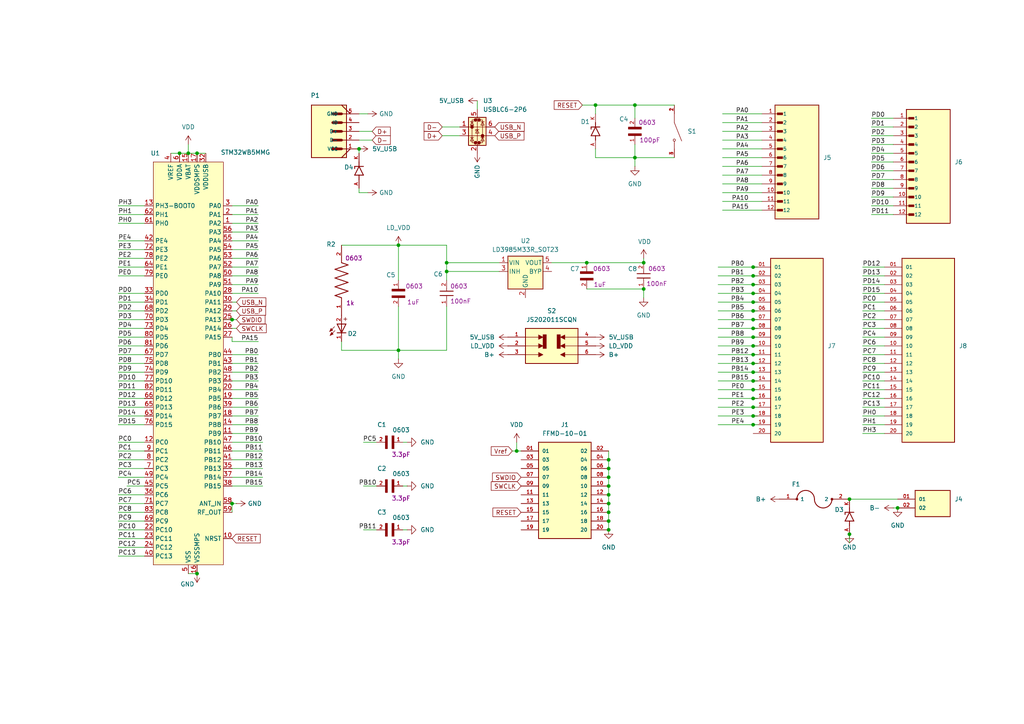
<source format=kicad_sch>
(kicad_sch (version 20250114) (generator "eeschema") (generator_version "9.0")
  (paper "A4")
  (junction (at 176.53 135.89))
  (junction (at 218.44 118.11))
  (junction (at 149.86 130.81))
  (junction (at 67.31 146.05))
  (junction (at 129.54 78.74))
  (junction (at 218.44 120.65))
  (junction (at 176.53 146.05))
  (junction (at 218.44 97.79))
  (junction (at 246.38 144.78))
  (junction (at 115.57 71.12))
  (junction (at 115.57 101.6))
  (junction (at 218.44 102.87))
  (junction (at 186.69 83.82))
  (junction (at 218.44 92.71))
  (junction (at 218.44 105.41))
  (junction (at 246.38 154.94))
  (junction (at 218.44 113.03))
  (junction (at 218.44 80.01))
  (junction (at 170.18 76.2))
  (junction (at 218.44 107.95))
  (junction (at 260.35 147.32))
  (junction (at 218.44 85.09))
  (junction (at 67.31 92.71))
  (junction (at 218.44 110.49))
  (junction (at 129.54 76.2))
  (junction (at 218.44 82.55))
  (junction (at 218.44 87.63))
  (junction (at 184.15 30.48))
  (junction (at 104.14 43.18))
  (junction (at 218.44 115.57))
  (junction (at 176.53 143.51))
  (junction (at 176.53 148.59))
  (junction (at 218.44 90.17))
  (junction (at 176.53 151.13))
  (junction (at 218.44 100.33))
  (junction (at 57.15 44.45))
  (junction (at 218.44 123.19))
  (junction (at 176.53 140.97))
  (junction (at 186.69 76.2))
  (junction (at 176.53 153.67))
  (junction (at 176.53 138.43))
  (junction (at 57.15 166.37))
  (junction (at 52.07 44.45))
  (junction (at 218.44 77.47))
  (junction (at 176.53 133.35))
  (junction (at 172.72 30.48))
  (junction (at 54.61 44.45))
  (junction (at 218.44 95.25))
  (junction (at 184.15 45.72))
  (wire (pts (xy 105.41 153.67) (xy 109.22 153.67)))
  (wire (pts (xy 67.31 74.93) (xy 74.93 74.93)))
  (wire (pts (xy 208.28 123.19) (xy 218.44 123.19)))
  (wire (pts (xy 256.54 77.47) (xy 250.19 77.47)))
  (wire (pts (xy 41.91 90.17) (xy 34.29 90.17)))
  (wire (pts (xy 115.57 71.12) (xy 129.54 71.12)))
  (wire (pts (xy 256.54 80.01) (xy 250.19 80.01)))
  (wire (pts (xy 118.11 153.67) (xy 116.84 153.67)))
  (wire (pts (xy 144.78 78.74) (xy 129.54 78.74)))
  (wire (pts (xy 67.31 82.55) (xy 74.93 82.55)))
  (wire (pts (xy 259.08 54.61) (xy 252.73 54.61)))
  (wire (pts (xy 67.31 120.65) (xy 74.93 120.65)))
  (wire (pts (xy 54.61 166.37) (xy 57.15 166.37)))
  (wire (pts (xy 41.91 72.39) (xy 34.29 72.39)))
  (wire (pts (xy 67.31 80.01) (xy 74.93 80.01)))
  (wire (pts (xy 218.44 120.65) (xy 219.71 120.65)))
  (wire (pts (xy 64.77 92.71) (xy 67.31 92.71)))
  (wire (pts (xy 209.55 40.64) (xy 220.98 40.64)))
  (wire (pts (xy 129.54 88.9) (xy 129.54 101.6)))
  (wire (pts (xy 208.28 110.49) (xy 218.44 110.49)))
  (wire (pts (xy 209.55 53.34) (xy 220.98 53.34)))
  (wire (pts (xy 144.78 76.2) (xy 129.54 76.2)))
  (wire (pts (xy 41.91 151.13) (xy 34.29 151.13)))
  (wire (pts (xy 208.28 107.95) (xy 218.44 107.95)))
  (wire (pts (xy 41.91 128.27) (xy 34.29 128.27)))
  (wire (pts (xy 218.44 105.41) (xy 219.71 105.41)))
  (wire (pts (xy 208.28 82.55) (xy 218.44 82.55)))
  (wire (pts (xy 149.86 128.27) (xy 149.86 130.81)))
  (wire (pts (xy 41.91 143.51) (xy 34.29 143.51)))
  (wire (pts (xy 67.31 135.89) (xy 76.2 135.89)))
  (wire (pts (xy 115.57 101.6) (xy 129.54 101.6)))
  (wire (pts (xy 107.95 40.64) (xy 104.14 40.64)))
  (wire (pts (xy 208.28 92.71) (xy 218.44 92.71)))
  (wire (pts (xy 256.54 120.65) (xy 250.19 120.65)))
  (wire (pts (xy 208.28 100.33) (xy 218.44 100.33)))
  (wire (pts (xy 129.54 78.74) (xy 129.54 81.28)))
  (wire (pts (xy 256.54 92.71) (xy 250.19 92.71)))
  (wire (pts (xy 67.31 90.17) (xy 68.58 90.17)))
  (wire (pts (xy 115.57 104.14) (xy 115.57 101.6)))
  (wire (pts (xy 49.53 44.45) (xy 52.07 44.45)))
  (wire (pts (xy 259.08 46.99) (xy 252.73 46.99)))
  (wire (pts (xy 67.31 92.71) (xy 68.58 92.71)))
  (wire (pts (xy 67.31 130.81) (xy 76.2 130.81)))
  (wire (pts (xy 218.44 113.03) (xy 219.71 113.03)))
  (wire (pts (xy 168.91 30.48) (xy 172.72 30.48)))
  (wire (pts (xy 57.15 44.45) (xy 59.69 44.45)))
  (wire (pts (xy 107.95 38.1) (xy 104.14 38.1)))
  (wire (pts (xy 256.54 107.95) (xy 250.19 107.95)))
  (wire (pts (xy 67.31 138.43) (xy 76.2 138.43)))
  (wire (pts (xy 41.91 62.23) (xy 34.29 62.23)))
  (wire (pts (xy 218.44 123.19) (xy 219.71 123.19)))
  (wire (pts (xy 256.54 82.55) (xy 250.19 82.55)))
  (wire (pts (xy 259.08 41.91) (xy 252.73 41.91)))
  (wire (pts (xy 256.54 105.41) (xy 250.19 105.41)))
  (wire (pts (xy 218.44 77.47) (xy 219.71 77.47)))
  (wire (pts (xy 209.55 50.8) (xy 220.98 50.8)))
  (wire (pts (xy 246.38 144.78) (xy 260.35 144.78)))
  (wire (pts (xy 115.57 88.9) (xy 115.57 101.6)))
  (wire (pts (xy 67.31 133.35) (xy 76.2 133.35)))
  (wire (pts (xy 67.31 85.09) (xy 74.93 85.09)))
  (wire (pts (xy 67.31 64.77) (xy 74.93 64.77)))
  (wire (pts (xy 67.31 125.73) (xy 74.93 125.73)))
  (wire (pts (xy 41.91 92.71) (xy 34.29 92.71)))
  (wire (pts (xy 186.69 86.36) (xy 186.69 83.82)))
  (wire (pts (xy 259.08 52.07) (xy 252.73 52.07)))
  (wire (pts (xy 41.91 64.77) (xy 34.29 64.77)))
  (wire (pts (xy 256.54 97.79) (xy 250.19 97.79)))
  (wire (pts (xy 104.14 44.45) (xy 104.14 43.18)))
  (wire (pts (xy 218.44 87.63) (xy 219.71 87.63)))
  (wire (pts (xy 76.2 128.27) (xy 67.31 128.27)))
  (wire (pts (xy 170.18 83.82) (xy 186.69 83.82)))
  (wire (pts (xy 208.28 97.79) (xy 218.44 97.79)))
  (wire (pts (xy 67.31 110.49) (xy 74.93 110.49)))
  (wire (pts (xy 68.58 95.25) (xy 67.31 95.25)))
  (wire (pts (xy 128.27 36.83) (xy 133.35 36.83)))
  (wire (pts (xy 256.54 125.73) (xy 250.19 125.73)))
  (wire (pts (xy 67.31 69.85) (xy 74.93 69.85)))
  (wire (pts (xy 41.91 146.05) (xy 34.29 146.05)))
  (wire (pts (xy 106.68 55.88) (xy 104.14 55.88)))
  (wire (pts (xy 256.54 95.25) (xy 250.19 95.25)))
  (wire (pts (xy 67.31 102.87) (xy 74.93 102.87)))
  (wire (pts (xy 41.91 161.29) (xy 34.29 161.29)))
  (wire (pts (xy 115.57 81.28) (xy 115.57 71.12)))
  (wire (pts (xy 218.44 90.17) (xy 219.71 90.17)))
  (wire (pts (xy 118.11 140.97) (xy 116.84 140.97)))
  (wire (pts (xy 218.44 82.55) (xy 219.71 82.55)))
  (wire (pts (xy 67.31 72.39) (xy 74.93 72.39)))
  (wire (pts (xy 41.91 115.57) (xy 34.29 115.57)))
  (wire (pts (xy 176.53 135.89) (xy 176.53 138.43)))
  (wire (pts (xy 41.91 158.75) (xy 34.29 158.75)))
  (wire (pts (xy 256.54 115.57) (xy 250.19 115.57)))
  (wire (pts (xy 67.31 148.59) (xy 67.31 146.05)))
  (wire (pts (xy 176.53 140.97) (xy 176.53 143.51)))
  (wire (pts (xy 184.15 34.29) (xy 184.15 30.48)))
  (wire (pts (xy 68.58 146.05) (xy 67.31 146.05)))
  (wire (pts (xy 209.55 45.72) (xy 220.98 45.72)))
  (wire (pts (xy 208.28 120.65) (xy 218.44 120.65)))
  (wire (pts (xy 184.15 41.91) (xy 184.15 45.72)))
  (wire (pts (xy 218.44 110.49) (xy 219.71 110.49)))
  (wire (pts (xy 184.15 45.72) (xy 172.72 45.72)))
  (wire (pts (xy 67.31 107.95) (xy 74.93 107.95)))
  (wire (pts (xy 208.28 113.03) (xy 218.44 113.03)))
  (wire (pts (xy 208.28 102.87) (xy 218.44 102.87)))
  (wire (pts (xy 209.55 35.56) (xy 220.98 35.56)))
  (wire (pts (xy 209.55 55.88) (xy 220.98 55.88)))
  (wire (pts (xy 208.28 80.01) (xy 218.44 80.01)))
  (wire (pts (xy 209.55 43.18) (xy 220.98 43.18)))
  (wire (pts (xy 41.91 95.25) (xy 34.29 95.25)))
  (wire (pts (xy 67.31 99.06) (xy 74.93 99.06)))
  (wire (pts (xy 52.07 44.45) (xy 54.61 44.45)))
  (wire (pts (xy 259.08 59.69) (xy 252.73 59.69)))
  (wire (pts (xy 67.31 87.63) (xy 68.58 87.63)))
  (wire (pts (xy 67.31 115.57) (xy 74.93 115.57)))
  (wire (pts (xy 99.06 101.6) (xy 115.57 101.6)))
  (wire (pts (xy 208.28 90.17) (xy 218.44 90.17)))
  (wire (pts (xy 54.61 41.91) (xy 54.61 44.45)))
  (wire (pts (xy 172.72 30.48) (xy 184.15 30.48)))
  (wire (pts (xy 208.28 87.63) (xy 218.44 87.63)))
  (wire (pts (xy 129.54 71.12) (xy 129.54 76.2)))
  (wire (pts (xy 41.91 133.35) (xy 34.29 133.35)))
  (wire (pts (xy 256.54 85.09) (xy 250.19 85.09)))
  (wire (pts (xy 99.06 71.12) (xy 115.57 71.12)))
  (wire (pts (xy 256.54 100.33) (xy 250.19 100.33)))
  (wire (pts (xy 170.18 76.2) (xy 186.69 76.2)))
  (wire (pts (xy 67.31 77.47) (xy 74.93 77.47)))
  (wire (pts (xy 41.91 118.11) (xy 34.29 118.11)))
  (wire (pts (xy 176.53 148.59) (xy 176.53 151.13)))
  (wire (pts (xy 195.58 45.72) (xy 184.15 45.72)))
  (wire (pts (xy 259.08 49.53) (xy 252.73 49.53)))
  (wire (pts (xy 259.08 57.15) (xy 252.73 57.15)))
  (wire (pts (xy 41.91 110.49) (xy 34.29 110.49)))
  (wire (pts (xy 105.41 128.27) (xy 109.22 128.27)))
  (wire (pts (xy 184.15 30.48) (xy 195.58 30.48)))
  (wire (pts (xy 176.53 138.43) (xy 176.53 140.97)))
  (wire (pts (xy 149.86 130.81) (xy 151.13 130.81)))
  (wire (pts (xy 209.55 58.42) (xy 220.98 58.42)))
  (wire (pts (xy 256.54 123.19) (xy 250.19 123.19)))
  (wire (pts (xy 218.44 95.25) (xy 219.71 95.25)))
  (wire (pts (xy 67.31 140.97) (xy 76.2 140.97)))
  (wire (pts (xy 54.61 44.45) (xy 57.15 44.45)))
  (wire (pts (xy 256.54 87.63) (xy 250.19 87.63)))
  (wire (pts (xy 259.08 34.29) (xy 252.73 34.29)))
  (wire (pts (xy 256.54 118.11) (xy 250.19 118.11)))
  (wire (pts (xy 208.28 115.57) (xy 218.44 115.57)))
  (wire (pts (xy 208.28 77.47) (xy 218.44 77.47)))
  (wire (pts (xy 67.31 62.23) (xy 74.93 62.23)))
  (wire (pts (xy 67.31 67.31) (xy 74.93 67.31)))
  (wire (pts (xy 41.91 105.41) (xy 34.29 105.41)))
  (wire (pts (xy 218.44 97.79) (xy 219.71 97.79)))
  (wire (pts (xy 218.44 85.09) (xy 219.71 85.09)))
  (wire (pts (xy 184.15 48.26) (xy 184.15 45.72)))
  (wire (pts (xy 172.72 45.72) (xy 172.72 43.18)))
  (wire (pts (xy 209.55 33.02) (xy 220.98 33.02)))
  (wire (pts (xy 41.91 80.01) (xy 34.29 80.01)))
  (wire (pts (xy 104.14 55.88) (xy 104.14 54.61)))
  (wire (pts (xy 41.91 85.09) (xy 34.29 85.09)))
  (wire (pts (xy 34.29 97.79) (xy 41.91 97.79)))
  (wire (pts (xy 176.53 130.81) (xy 176.53 133.35)))
  (wire (pts (xy 67.31 123.19) (xy 74.93 123.19)))
  (wire (pts (xy 176.53 151.13) (xy 176.53 153.67)))
  (wire (pts (xy 208.28 118.11) (xy 218.44 118.11)))
  (wire (pts (xy 41.91 156.21) (xy 34.29 156.21)))
  (wire (pts (xy 208.28 105.41) (xy 218.44 105.41)))
  (wire (pts (xy 256.54 102.87) (xy 250.19 102.87)))
  (wire (pts (xy 246.38 157.48) (xy 246.38 154.94)))
  (wire (pts (xy 118.11 128.27) (xy 116.84 128.27)))
  (wire (pts (xy 138.43 29.21) (xy 138.43 31.75)))
  (wire (pts (xy 41.91 123.19) (xy 34.29 123.19)))
  (wire (pts (xy 148.59 130.81) (xy 149.86 130.81)))
  (wire (pts (xy 218.44 80.01) (xy 219.71 80.01)))
  (wire (pts (xy 67.31 59.69) (xy 74.93 59.69)))
  (wire (pts (xy 259.08 44.45) (xy 252.73 44.45)))
  (wire (pts (xy 186.69 74.93) (xy 186.69 76.2)))
  (wire (pts (xy 176.53 143.51) (xy 176.53 146.05)))
  (wire (pts (xy 41.91 138.43) (xy 34.29 138.43)))
  (wire (pts (xy 218.44 100.33) (xy 219.71 100.33)))
  (wire (pts (xy 218.44 92.71) (xy 219.71 92.71)))
  (wire (pts (xy 99.06 99.06) (xy 99.06 101.6)))
  (wire (pts (xy 41.91 74.93) (xy 34.29 74.93)))
  (wire (pts (xy 218.44 107.95) (xy 219.71 107.95)))
  (wire (pts (xy 105.41 140.97) (xy 109.22 140.97)))
  (wire (pts (xy 129.54 76.2) (xy 129.54 78.74)))
  (wire (pts (xy 41.91 120.65) (xy 34.29 120.65)))
  (wire (pts (xy 259.08 39.37) (xy 252.73 39.37)))
  (wire (pts (xy 36.83 140.97) (xy 41.91 140.97)))
  (wire (pts (xy 41.91 87.63) (xy 34.29 87.63)))
  (wire (pts (xy 41.91 69.85) (xy 34.29 69.85)))
  (wire (pts (xy 259.08 147.32) (xy 260.35 147.32)))
  (wire (pts (xy 209.55 60.96) (xy 220.98 60.96)))
  (wire (pts (xy 256.54 110.49) (xy 250.19 110.49)))
  (wire (pts (xy 256.54 90.17) (xy 250.19 90.17)))
  (wire (pts (xy 106.68 33.02) (xy 104.14 33.02)))
  (wire (pts (xy 176.53 146.05) (xy 176.53 148.59)))
  (wire (pts (xy 41.91 77.47) (xy 34.29 77.47)))
  (wire (pts (xy 259.08 36.83) (xy 252.73 36.83)))
  (wire (pts (xy 67.31 113.03) (xy 74.93 113.03)))
  (wire (pts (xy 172.72 33.02) (xy 172.72 30.48)))
  (wire (pts (xy 41.91 113.03) (xy 34.29 113.03)))
  (wire (pts (xy 41.91 153.67) (xy 34.29 153.67)))
  (wire (pts (xy 209.55 38.1) (xy 220.98 38.1)))
  (wire (pts (xy 218.44 118.11) (xy 219.71 118.11)))
  (wire (pts (xy 67.31 97.79) (xy 67.31 99.06)))
  (wire (pts (xy 208.28 95.25) (xy 218.44 95.25)))
  (wire (pts (xy 41.91 107.95) (xy 34.29 107.95)))
  (wire (pts (xy 218.44 115.57) (xy 219.71 115.57)))
  (wire (pts (xy 259.08 62.23) (xy 252.73 62.23)))
  (wire (pts (xy 41.91 148.59) (xy 34.29 148.59)))
  (wire (pts (xy 160.02 76.2) (xy 170.18 76.2)))
  (wire (pts (xy 128.27 39.37) (xy 133.35 39.37)))
  (wire (pts (xy 176.53 133.35) (xy 176.53 135.89)))
  (wire (pts (xy 41.91 102.87) (xy 34.29 102.87)))
  (wire (pts (xy 41.91 59.69) (xy 34.29 59.69)))
  (wire (pts (xy 67.31 105.41) (xy 74.93 105.41)))
  (wire (pts (xy 208.28 85.09) (xy 218.44 85.09)))
  (wire (pts (xy 41.91 100.33) (xy 34.29 100.33)))
  (wire (pts (xy 209.55 48.26) (xy 220.98 48.26)))
  (wire (pts (xy 67.31 118.11) (xy 74.93 118.11)))
  (wire (pts (xy 41.91 130.81) (xy 34.29 130.81)))
  (wire (pts (xy 41.91 135.89) (xy 34.29 135.89)))
  (wire (pts (xy 256.54 113.03) (xy 250.19 113.03)))
  (wire (pts (xy 218.44 102.87) (xy 219.71 102.87)))
  (label "PC0" (at 34.29 128.27 0))
  (label "PA15" (at 74.93 99.06 180))
  (label "PA5" (at 217.17 45.72 180))
  (label "PC12" (at 34.29 158.75 0))
  (label "PE0" (at 215.9 113.03 180))
  (label "PC6" (at 250.19 100.33 0))
  (label "PC4" (at 250.19 97.79 0))
  (label "PC1" (at 250.19 90.17 0))
  (label "PD13" (at 250.19 80.01 0))
  (label "PA15" (at 217.17 60.96 180))
  (label "PB2" (at 74.93 107.95 180))
  (label "PB2" (at 215.9 82.55 180))
  (label "PD2" (at 34.29 90.17 0))
  (label "PB0" (at 74.93 102.87 180))
  (label "PB9" (at 74.93 125.73 180))
  (label "PB14" (at 76.2 138.43 180))
  (label "PC5" (at 109.22 128.27 180))
  (label "PD8" (at 252.73 54.61 0))
  (label "PA10" (at 74.93 85.09 180))
  (label "PC12" (at 250.19 115.57 0))
  (label "PH0" (at 34.29 64.77 0))
  (label "PB8" (at 215.9 97.79 180))
  (label "PC11" (at 250.19 113.03 0))
  (label "PD10" (at 252.73 59.69 0))
  (label "PC10" (at 250.19 110.49 0))
  (label "PC7" (at 34.29 146.05 0))
  (label "PA10" (at 217.17 58.42 180))
  (label "PA3" (at 217.17 40.64 180))
  (label "PA7" (at 74.93 77.47 180))
  (label "PA1" (at 217.17 35.56 180))
  (label "PB4" (at 215.9 87.63 180))
  (label "PD14" (at 34.29 120.65 0))
  (label "PD5" (at 34.29 97.79 0))
  (label "PA2" (at 74.93 64.77 180))
  (label "PE3" (at 34.29 72.39 0))
  (label "PA3" (at 74.93 67.31 180))
  (label "PD7" (at 252.73 52.07 0))
  (label "PB13" (at 76.2 135.89 180))
  (label "PH1" (at 250.19 123.19 0))
  (label "PC2" (at 250.19 92.71 0))
  (label "PB4" (at 74.93 113.03 180))
  (label "PA4" (at 217.17 43.18 180))
  (label "PD0" (at 252.73 34.29 0))
  (label "PD9" (at 34.29 107.95 0))
  (label "PE1" (at 34.29 77.47 0))
  (label "PA0" (at 217.17 33.02 180))
  (label "PD11" (at 34.29 113.03 0))
  (label "PC13" (at 34.29 161.29 0))
  (label "PD10" (at 34.29 110.49 0))
  (label "PD12" (at 250.19 77.47 0))
  (label "PA5" (at 74.93 72.39 180))
  (label "PC8" (at 250.19 105.41 0))
  (label "PH3" (at 34.29 59.69 0))
  (label "PD15" (at 34.29 123.19 0))
  (label "PC7" (at 250.19 102.87 0))
  (label "PD6" (at 252.73 49.53 0))
  (label "PB0" (at 215.9 77.47 180))
  (label "PC1" (at 34.29 130.81 0))
  (label "PB12" (at 76.2 133.35 180))
  (label "PE4" (at 215.9 123.19 180))
  (label "PA7" (at 217.17 50.8 180))
  (label "PC11" (at 34.29 156.21 0))
  (label "PC2" (at 34.29 133.35 0))
  (label "PA6" (at 217.17 48.26 180))
  (label "PD3" (at 34.29 92.71 0))
  (label "PE4" (at 34.29 69.85 0))
  (label "PC4" (at 34.29 138.43 0))
  (label "PB9" (at 215.9 100.33 180))
  (label "PA0" (at 74.93 59.69 180))
  (label "PB5" (at 74.93 115.57 180))
  (label "PE1" (at 215.9 115.57 180))
  (label "PA4" (at 74.93 69.85 180))
  (label "PC3" (at 34.29 135.89 0))
  (label "PB6" (at 74.93 118.11 180))
  (label "PD6" (at 34.29 100.33 0))
  (label "PA1" (at 74.93 62.23 180))
  (label "PD3" (at 252.73 41.91 0))
  (label "PD1" (at 252.73 36.83 0))
  (label "PD12" (at 34.29 115.57 0))
  (label "PA8" (at 74.93 80.01 180))
  (label "PB11" (at 109.22 153.67 180))
  (label "PB1" (at 215.9 80.01 180))
  (label "PC0" (at 250.19 87.63 0))
  (label "PE3" (at 215.9 120.65 180))
  (label "PB15" (at 76.2 140.97 180))
  (label "PB6" (at 215.9 92.71 180))
  (label "PB8" (at 74.93 123.19 180))
  (label "PD9" (at 252.73 57.15 0))
  (label "PD7" (at 34.29 102.87 0))
  (label "PH1" (at 34.29 62.23 0))
  (label "PC9" (at 250.19 107.95 0))
  (label "PD13" (at 34.29 118.11 0))
  (label "PB7" (at 74.93 120.65 180))
  (label "PD1" (at 34.29 87.63 0))
  (label "PB5" (at 215.9 90.17 180))
  (label "PC6" (at 34.29 143.51 0))
  (label "PD0" (at 34.29 85.09 0))
  (label "PD14" (at 250.19 82.55 0))
  (label "PB11" (at 76.2 130.81 180))
  (label "PC13" (at 250.19 118.11 0))
  (label "PD11" (at 252.73 62.23 0))
  (label "PH0" (at 250.19 120.65 0))
  (label "PB10" (at 109.22 140.97 180))
  (label "PB3" (at 215.9 85.09 180))
  (label "PE0" (at 34.29 80.01 0))
  (label "PA2" (at 217.17 38.1 180))
  (label "PB15" (at 217.17 110.49 180))
  (label "PA9" (at 74.93 82.55 180))
  (label "PC9" (at 34.29 151.13 0))
  (label "PD2" (at 252.73 39.37 0))
  (label "PC8" (at 34.29 148.59 0))
  (label "PB13" (at 217.17 105.41 180))
  (label "PE2" (at 34.29 74.93 0))
  (label "PC5" (at 36.83 140.97 0))
  (label "PA6" (at 74.93 74.93 180))
  (label "PC3" (at 250.19 95.25 0))
  (label "PD4" (at 252.73 44.45 0))
  (label "PB10" (at 76.2 128.27 180))
  (label "PD5" (at 252.73 46.99 0))
  (label "PD8" (at 34.29 105.41 0))
  (label "PB1" (at 74.93 105.41 180))
  (label "PD15" (at 250.19 85.09 0))
  (label "PA9" (at 217.17 55.88 180))
  (label "PC10" (at 34.29 153.67 0))
  (label "PB12" (at 217.17 102.87 180))
  (label "PA8" (at 217.17 53.34 180))
  (label "PH3" (at 250.19 125.73 0))
  (label "PB7" (at 215.9 95.25 180))
  (label "PB14" (at 217.17 107.95 180))
  (label "PD4" (at 34.29 95.25 0))
  (label "PB3" (at 74.93 110.49 180))
  (label "PE2" (at 215.9 118.11 180))
  (global_label "Vref" (shape input) (at 148.59 130.81 180) (property "Intersheetrefs" "${INTERSHEET_REFS}" (effects (hide yes))))
  (global_label "USB_P" (shape input) (at 143.51 39.37 0) (property "Intersheetrefs" "${INTERSHEET_REFS}" (effects (hide yes))))
  (global_label "D-" (shape input) (at 107.95 40.64 0) (property "Intersheetrefs" "${INTERSHEET_REFS}" (effects (hide yes))))
  (global_label "RESET" (shape input) (at 67.31 156.21 0) (property "Intersheetrefs" "${INTERSHEET_REFS}" (effects (hide yes))))
  (global_label "SWDIO" (shape input) (at 151.13 138.43 180) (property "Intersheetrefs" "${INTERSHEET_REFS}" (effects (hide yes))))
  (global_label "SWCLK" (shape input) (at 68.58 95.25 0) (property "Intersheetrefs" "${INTERSHEET_REFS}" (effects (hide yes))))
  (global_label "RESET" (shape input) (at 168.91 30.48 180) (property "Intersheetrefs" "${INTERSHEET_REFS}" (effects (hide yes))))
  (global_label "SWDIO" (shape input) (at 68.58 92.71 0) (property "Intersheetrefs" "${INTERSHEET_REFS}" (effects (hide yes))))
  (global_label "RESET" (shape input) (at 151.13 148.59 180) (property "Intersheetrefs" "${INTERSHEET_REFS}" (effects (hide yes))))
  (global_label "USB_N" (shape input) (at 143.51 36.83 0) (property "Intersheetrefs" "${INTERSHEET_REFS}" (effects (hide yes))))
  (global_label "D+" (shape input) (at 128.27 39.37 180) (property "Intersheetrefs" "${INTERSHEET_REFS}" (effects (hide yes))))
  (global_label "D+" (shape input) (at 107.95 38.1 0) (property "Intersheetrefs" "${INTERSHEET_REFS}" (effects (hide yes))))
  (global_label "USB_N" (shape input) (at 68.58 87.63 0) (property "Intersheetrefs" "${INTERSHEET_REFS}" (effects (hide yes))))
  (global_label "USB_P" (shape input) (at 68.58 90.17 0) (property "Intersheetrefs" "${INTERSHEET_REFS}" (effects (hide yes))))
  (global_label "D-" (shape input) (at 128.27 36.83 180) (property "Intersheetrefs" "${INTERSHEET_REFS}" (effects (hide yes))))
  (global_label "SWCLK" (shape input) (at 151.13 140.97 180) (property "Intersheetrefs" "${INTERSHEET_REFS}" (effects (hide yes))))
  (symbol (lib_id "power:GND") (at 118.11 128.27 90) (unit 1)
    (property "Reference" "#PWR04" (effects (hide yes)))
    (property "Value" "GND" (at 121.92 128.2699 90) (effects (justify right)))
    (property "Description" "Power symbol creates a global label with name \"GND\" , ground" (effects (hide yes)))
  )
  (symbol (lib_id "WL-SMCW_0603:WL-SMCW_0603") (at 99.06 96.52 90) (unit 1)
    (property "Reference" "D2" (at 100.838 96.774 90) (effects (justify right)))
    (property "Value" "WL-SMCW_0603" (effects (hide yes)))
    (property "Footprint" "WL-SMCW_0603:WL-SMCW_0603" (effects (hide yes)))
    (property "MF" "Wurth Elektronik" (effects (hide yes)))
    (property "Description_1" "0603, Bright Green, Typ.(@20mA): 570nm, 40mcd, 2.0V, 140° AlInGaP" (effects (hide yes)))
    (property "Package" "0603 Würth Elektronik" (effects (hide yes)))
    (property "Price" "None" (effects (hide yes)))
    (property "SnapEDA_Link" "https://www.snapeda.com/parts/150060VS75000/Wurth+Electronics/view-part/?ref=snap" (effects (hide yes)))
    (property "MP" "150060VS75000" (effects (hide yes)))
    (property "Availability" "In Stock" (effects (hide yes)))
    (property "Check_prices" "https://www.snapeda.com/parts/150060VS75000/Wurth+Electronics/view-part/?ref=eda" (effects (hide yes)))
  )
  (symbol (lib_id "power:VDD") (at 147.32 100.33 90) (unit 1)
    (property "Reference" "#PWR028" (effects (hide yes)))
    (property "Value" "LD_VDD" (at 143.51 100.3299 90) (effects (justify left)))
    (property "Description" "Power symbol creates a global label with name \"VDD\"" (effects (hide yes)))
  )
  (symbol (lib_id "WCAP-CSGP_0603:WCAP-CSGP_0603") (at 129.54 86.36 90) (unit 1)
    (property "Reference" "C6" (at 125.73 79.502 90) (effects (justify right)))
    (property "Value" "WCAP-CSGP_0603" (effects (hide yes)))
    (property "Footprint" "WCAP-CSGP_0603:WCAP-CSGP_0603_R" (effects (hide yes)))
    (property "Description" "100nF" (at 133.604 87.376 90))
    (property "MF" "Würth Elektronik" (effects (hide yes)))
    (property "Description_1" "Capacitor 100nF Multilayer Ceramic MLCC25 V , X7R Dielectric 0603 Surface Mount | Wurth Electronics 885012206071" (effects (hide yes)))
    (property "Package" "0603" (at 133.096 82.296 90) (effects (justify bottom)))
    (property "Price" "None" (effects (hide yes)))
    (property "SnapEDA_Link" "https://www.snapeda.com/parts/885012206071/W%25C3%25BCrth+Elektronik+Midcom/view-part/?ref=snap" (effects (hide yes)))
    (property "MP" "885012206071" (effects (hide yes)))
    (property "Availability" "In Stock" (effects (hide yes)))
    (property "Check_prices" "https://www.snapeda.com/parts/885012206071/W%25C3%25BCrth+Elektronik+Midcom/view-part/?ref=eda" (effects (hide yes)))
  )
  (symbol (lib_id "JS202011SCQN:JS202011SCQN") (at 160.02 100.33 0) (unit 1)
    (property "Reference" "S2" (at 160.02 90.17 0))
    (property "Value" "JS202011SCQN" (at 160.02 92.71 0))
    (property "Footprint" "JS202011SCQN:SW_JS202011SCQN" (effects (hide yes)))
    (property "MF" "C&K" (effects (hide yes)))
    (property "MAXIMUM_PACKAGE_HEIGHT" "5.5 mm" (effects (hide yes)))
    (property "Package" "None" (effects (hide yes)))
    (property "Price" "None" (effects (hide yes)))
    (property "Check_prices" "https://www.snapeda.com/parts/JS202011SCQN/C%2526K/view-part/?ref=eda" (effects (hide yes)))
    (property "STANDARD" "Manufacturer Recommendations" (effects (hide yes)))
    (property "PARTREV" "26 May 22" (effects (hide yes)))
    (property "SnapEDA_Link" "https://www.snapeda.com/parts/JS202011SCQN/C%2526K/view-part/?ref=snap" (effects (hide yes)))
    (property "MP" "JS202011SCQN" (effects (hide yes)))
    (property "Description_1" "Slide Switch DPDT Surface Mount" (effects (hide yes)))
    (property "MANUFACTURER" "C&K" (effects (hide yes)))
    (property "Availability" "In Stock" (effects (hide yes)))
    (property "SNAPEDA_PN" "JS202011SCQN" (effects (hide yes)))
  )
  (symbol (lib_id "power:VDD") (at 138.43 44.45 180) (unit 1)
    (property "Reference" "#PWR017" (effects (hide yes)))
    (property "Value" "GND" (at 138.43 49.784 90))
    (property "Description" "Power symbol creates a global label with name \"VDD\"" (effects (hide yes)))
  )
  (symbol (lib_id "power:VDD") (at 172.72 102.87 270) (unit 1)
    (property "Reference" "#PWR027" (effects (hide yes)))
    (property "Value" "B+" (at 176.53 102.8699 90) (effects (justify left)))
    (property "Description" "Power symbol creates a global label with name \"VDD\"" (effects (hide yes)))
  )
  (symbol (lib_id "MTMM-102-05-G-S-175:MTMM-102-05-G-S-175") (at 270.51 144.78 0) (unit 1)
    (property "Reference" "J4" (at 276.86 144.7799 0) (effects (justify left)))
    (property "Value" "MTMM-102-05-G-S-175" (effects (hide yes)))
    (property "Footprint" "MTMM-102-05-G-S-175:SAMTEC_MTMM-102-05-G-S-175" (effects (hide yes)))
    (property "MF" "Samtec" (effects (hide yes)))
    (property "Description_1" "CONN HEADER VERT 2POS 2MM" (effects (hide yes)))
    (property "Package" "None" (effects (hide yes)))
    (property "Price" "None" (effects (hide yes)))
    (property "Check_prices" "https://www.snapeda.com/parts/MTMM-102-05-G-S-175/Samtec/view-part/?ref=eda" (effects (hide yes)))
    (property "SnapEDA_Link" "https://www.snapeda.com/parts/MTMM-102-05-G-S-175/Samtec/view-part/?ref=snap" (effects (hide yes)))
    (property "MP" "MTMM-102-05-G-S-175" (effects (hide yes)))
    (property "Availability" "In Stock" (effects (hide yes)))
    (property "MANUFACTURER" "SAMTEC" (effects (hide yes)))
  )
  (symbol (lib_id "power:VDD") (at 147.32 97.79 90) (unit 1)
    (property "Reference" "#PWR019" (effects (hide yes)))
    (property "Value" "5V_USB" (at 143.51 97.7899 90) (effects (justify left)))
    (property "Description" "Power symbol creates a global label with name \"VDD\"" (effects (hide yes)))
  )
  (symbol (lib_id "power:VDD") (at 68.58 146.05 270) (unit 1)
    (property "Reference" "#PWR013" (effects (hide yes)))
    (property "Value" "GND" (at 73.914 146.05 90))
    (property "Description" "Power symbol creates a global label with name \"VDD\"" (effects (hide yes)))
  )
  (symbol (lib_id "RF_Module:STM32WB5MMG") (at 53.34 93.98 0) (unit 1)
    (property "Reference" "U1" (at 43.688 44.45 0) (effects (justify left)))
    (property "Value" "STM32WB5MMG" (at 64.008 44.196 0) (effects (justify left)))
    (property "Footprint" "RF_Module:ST-SiP-LGA-86-11x7.3mm" (effects (hide yes)))
    (property "Datasheet" "https://www.st.com/resource/en/datasheet/stm32wb5mmg.pdf" (effects (hide yes)))
    (property "Description" "ST Microelectronics STM32WB55VG ARM Cortex Bluetooth Low Energy 5.0, Zigbee and 802.15.4 module, 1 MB Flash, 256kb RAM, Fully integrated BOM" (effects (hide yes)))
  )
  (symbol (lib_id "WCAP-CSGP_0603:WCAP-CSGP_0603") (at 186.69 81.28 90) (unit 1)
    (property "Reference" "C8" (at 182.118 77.978 90) (effects (justify right)))
    (property "Value" "WCAP-CSGP_0603" (effects (hide yes)))
    (property "Footprint" "WCAP-CSGP_0603:WCAP-CSGP_0603_R" (effects (hide yes)))
    (property "Description" "100nF" (at 190.5 82.296 90))
    (property "MF" "Würth Elektronik" (effects (hide yes)))
    (property "Description_1" "Capacitor 100nF Multilayer Ceramic MLCC25 V , X7R Dielectric 0603 Surface Mount | Wurth Electronics 885012206071" (effects (hide yes)))
    (property "Package" "0603" (at 190.5 77.216 90) (effects (justify bottom)))
    (property "Price" "None" (effects (hide yes)))
    (property "SnapEDA_Link" "https://www.snapeda.com/parts/885012206071/W%25C3%25BCrth+Elektronik+Midcom/view-part/?ref=snap" (effects (hide yes)))
    (property "MP" "885012206071" (effects (hide yes)))
    (property "Availability" "In Stock" (effects (hide yes)))
    (property "Check_prices" "https://www.snapeda.com/parts/885012206071/W%25C3%25BCrth+Elektronik+Midcom/view-part/?ref=eda" (effects (hide yes)))
  )
  (symbol (lib_id "CC0603BRNPO9BN3R3:CC0603BRNPO9BN3R3") (at 111.76 140.97 0) (unit 1)
    (property "Reference" "C2" (at 110.744 135.89 0))
    (property "Value" "0603" (at 116.332 137.414 0))
    (property "Footprint" "CC0603BRNPO9BN3R3:CAPC1608X90" (effects (hide yes)))
    (property "Description" "3.3pF" (at 116.332 144.526 0))
    (property "MF" "Yageo" (effects (hide yes)))
    (property "Description_1" "0603 3.3 pF 50 V ±0.1 pF Tolerance NP0 SMT Multilayer Ceramic Capacitor" (effects (hide yes)))
    (property "Package" "0603 Yageo" (effects (hide yes)))
    (property "Price" "None" (effects (hide yes)))
    (property "SnapEDA_Link" "https://www.snapeda.com/parts/CC0603BRNPO9BN3R3/Yageo/view-part/?ref=snap" (effects (hide yes)))
    (property "MP" "CC0603BRNPO9BN3R3" (effects (hide yes)))
    (property "Availability" "In Stock" (effects (hide yes)))
    (property "Check_prices" "https://www.snapeda.com/parts/CC0603BRNPO9BN3R3/Yageo/view-part/?ref=eda" (effects (hide yes)))
  )
  (symbol (lib_id "power:VDD") (at 149.86 128.27 0) (unit 1)
    (property "Reference" "#PWR07" (effects (hide yes)))
    (property "Value" "VDD" (at 149.86 123.19 0))
    (property "Description" "Power symbol creates a global label with name \"VDD\"" (effects (hide yes)))
  )
  (symbol (lib_id "GRT188R61E105KE13D:GRT188R61E105KE13D") (at 170.18 81.28 90) (unit 1)
    (property "Reference" "C7" (at 165.354 77.978 90) (effects (justify right)))
    (property "Value" "GRT188R61E105KE13D" (effects (hide yes)))
    (property "Footprint" "GRT188R61E105KE13D:CAPC1608X9N" (effects (hide yes)))
    (property "Description" "1uF" (at 173.99 82.55 90))
    (property "MF" "Murata" (effects (hide yes)))
    (property "Description_1" "SMD Capacitor X5R(EIA) with Capacitance: 1.0uF Tol. 10%. Rated Voltage: 25Vdc" (effects (hide yes)))
    (property "Package" "0603" (at 174.498 77.216 90) (effects (justify bottom)))
    (property "Price" "None" (effects (hide yes)))
    (property "SnapEDA_Link" "https://www.snapeda.com/parts/GRT188R61E105KE13D/Murata/view-part/?ref=snap" (effects (hide yes)))
    (property "MP" "GRT188R61E105KE13D" (effects (hide yes)))
    (property "Availability" "In Stock" (effects (hide yes)))
    (property "Check_prices" "https://www.snapeda.com/parts/GRT188R61E105KE13D/Murata/view-part/?ref=eda" (effects (hide yes)))
  )
  (symbol (lib_id "CC0603BRNPO9BN3R3:CC0603BRNPO9BN3R3") (at 111.76 128.27 0) (unit 1)
    (property "Reference" "C1" (at 110.744 123.19 0))
    (property "Value" "0603" (at 116.332 124.714 0))
    (property "Footprint" "CC0603BRNPO9BN3R3:CAPC1608X90" (effects (hide yes)))
    (property "Description" "3.3pF" (at 116.332 131.826 0))
    (property "MF" "Yageo" (effects (hide yes)))
    (property "Description_1" "0603 3.3 pF 50 V ±0.1 pF Tolerance NP0 SMT Multilayer Ceramic Capacitor" (effects (hide yes)))
    (property "Package" "0603 Yageo" (effects (hide yes)))
    (property "Price" "None" (effects (hide yes)))
    (property "SnapEDA_Link" "https://www.snapeda.com/parts/CC0603BRNPO9BN3R3/Yageo/view-part/?ref=snap" (effects (hide yes)))
    (property "MP" "CC0603BRNPO9BN3R3" (effects (hide yes)))
    (property "Availability" "In Stock" (effects (hide yes)))
    (property "Check_prices" "https://www.snapeda.com/parts/CC0603BRNPO9BN3R3/Yageo/view-part/?ref=eda" (effects (hide yes)))
  )
  (symbol (lib_id "0475890001:0475890001") (at 99.06 38.1 180) (unit 1)
    (property "Reference" "P1" (at 91.44 27.686 0))
    (property "Value" "0475890001" (effects (hide yes)))
    (property "Footprint" "0475890001:MOLEX_0475890001" (effects (hide yes)))
    (property "MF" "Molex" (effects (hide yes)))
    (property "Description_1" "USB - micro AB - Receptacle Connector 5 Position Surface Mount, Right Angle; Through Hole" (effects (hide yes)))
    (property "Package" "None" (effects (hide yes)))
    (property "Price" "None" (effects (hide yes)))
    (property "Check_prices" "https://www.snapeda.com/parts/0475890001/Molex/view-part/?ref=eda" (effects (hide yes)))
    (property "SnapEDA_Link" "https://www.snapeda.com/parts/0475890001/Molex/view-part/?ref=snap" (effects (hide yes)))
    (property "MP" "0475890001" (effects (hide yes)))
    (property "Availability" "In Stock" (effects (hide yes)))
    (property "MANUFACTURER" "Molex" (effects (hide yes)))
  )
  (symbol (lib_id "power:GND") (at 118.11 153.67 90) (unit 1)
    (property "Reference" "#PWR06" (effects (hide yes)))
    (property "Value" "GND" (at 121.92 153.6699 90) (effects (justify right)))
    (property "Description" "Power symbol creates a global label with name \"GND\" , ground" (effects (hide yes)))
  )
  (symbol (lib_id "ZW-20-09-L-S-250-320:ZW-20-09-L-S-250-320") (at 231.14 102.87 0) (unit 1)
    (property "Reference" "J7" (at 240.03 100.3299 0) (effects (justify left)))
    (property "Value" "ZW-20-09-L-S-250-320" (effects (hide yes)))
    (property "Footprint" "ZW-20-09-L-S-250-320:SAMTEC_ZW-20-09-L-S-250-320" (effects (hide yes)))
    (property "MF" "Samtec" (effects (hide yes)))
    (property "Description_1" "HEADER, 20 CONTACTS, 1 ROWS, 2.54MM; Product Range:ZW Series; No. of Contacts:20Contacts; Gender:Header; Pitch Spacing:2.54mm; Contact Termination Type:Through Hole; No. of Rows:1Rows; Contact Plating:Gold Plated Contacts RoHS Compliant: Yes" (effects (hide yes)))
    (property "Package" "None" (effects (hide yes)))
    (property "Price" "None" (effects (hide yes)))
    (property "Check_prices" "https://www.snapeda.com/parts/ZW2009LS250320/Samtec/view-part/?ref=eda" (effects (hide yes)))
    (property "STANDARD" "Manufacturer Recommendations" (effects (hide yes)))
    (property "PARTREV" "R" (effects (hide yes)))
    (property "SnapEDA_Link" "https://www.snapeda.com/parts/ZW2009LS250320/Samtec/view-part/?ref=snap" (effects (hide yes)))
    (property "MP" "ZW2009LS250320" (effects (hide yes)))
    (property "Availability" "In Stock" (effects (hide yes)))
    (property "MANUFACTURER" "Samtec" (effects (hide yes)))
  )
  (symbol (lib_id "power:VDD") (at 106.68 55.88 270) (unit 1)
    (property "Reference" "#PWR032" (effects (hide yes)))
    (property "Value" "GND" (at 112.014 55.88 90))
    (property "Description" "Power symbol creates a global label with name \"VDD\"" (effects (hide yes)))
  )
  (symbol (lib_id "CC0603BRNPO9BN3R3:CC0603BRNPO9BN3R3") (at 111.76 153.67 0) (unit 1)
    (property "Reference" "C3" (at 110.744 148.59 0))
    (property "Value" "0603" (at 116.332 150.114 0))
    (property "Footprint" "CC0603BRNPO9BN3R3:CAPC1608X90" (effects (hide yes)))
    (property "Description" "3.3pF" (at 116.332 157.226 0))
    (property "MF" "Yageo" (effects (hide yes)))
    (property "Description_1" "0603 3.3 pF 50 V ±0.1 pF Tolerance NP0 SMT Multilayer Ceramic Capacitor" (effects (hide yes)))
    (property "Package" "0603 Yageo" (effects (hide yes)))
    (property "Price" "None" (effects (hide yes)))
    (property "SnapEDA_Link" "https://www.snapeda.com/parts/CC0603BRNPO9BN3R3/Yageo/view-part/?ref=snap" (effects (hide yes)))
    (property "MP" "CC0603BRNPO9BN3R3" (effects (hide yes)))
    (property "Availability" "In Stock" (effects (hide yes)))
    (property "Check_prices" "https://www.snapeda.com/parts/CC0603BRNPO9BN3R3/Yageo/view-part/?ref=eda" (effects (hide yes)))
  )
  (symbol (lib_id "FFMD-10-01:FFMD-10-01") (at 163.83 140.97 0) (unit 1)
    (property "Reference" "J1" (at 163.83 123.19 0))
    (property "Value" "FFMD-10-01" (at 163.83 125.73 0))
    (property "Footprint" "FFMD-10-01:SAMTEC_FFMD-10-01" (effects (hide yes)))
    (property "MF" "Samtec" (effects (hide yes)))
    (property "MAXIMUM_PACKAGE_HEIGHT" "5.33mm" (effects (hide yes)))
    (property "Package" "None" (effects (hide yes)))
    (property "Price" "None" (effects (hide yes)))
    (property "Check_prices" "https://www.snapeda.com/parts/FFMD-10-01/Samtec/view-part/?ref=eda" (effects (hide yes)))
    (property "STANDARD" "Manufacturer Recommendations" (effects (hide yes)))
    (property "PARTREV" "C" (effects (hide yes)))
    (property "SnapEDA_Link" "https://www.snapeda.com/parts/FFMD-10-01/Samtec/view-part/?ref=snap" (effects (hide yes)))
    (property "MP" "FFMD-10-01" (effects (hide yes)))
    (property "Description_1" "20 Position Ribbon Cable Connector Black IDC 30 AWG Through Hole" (effects (hide yes)))
    (property "Availability" "In Stock" (effects (hide yes)))
    (property "MANUFACTURER" "Samtec" (effects (hide yes)))
  )
  (symbol (lib_id "power:GND") (at 176.53 153.67 0) (unit 1)
    (property "Reference" "#PWR01" (effects (hide yes)))
    (property "Value" "GND" (at 176.53 158.75 0))
    (property "Description" "Power symbol creates a global label with name \"GND\" , ground" (effects (hide yes)))
  )
  (symbol (lib_id "power:VDD") (at 226.06 144.78 90) (unit 1)
    (property "Reference" "#PWR022" (effects (hide yes)))
    (property "Value" "B+" (at 222.25 144.7799 90) (effects (justify left)))
    (property "Description" "Power symbol creates a global label with name \"VDD\"" (effects (hide yes)))
  )
  (symbol (lib_id "PESD5V0S1UL_315:PESD5V0S1UL_315") (at 172.72 38.1 90) (unit 1)
    (property "Reference" "D1" (at 168.402 35.306 90) (effects (justify right)))
    (property "Value" "PESD5V0S1UL_315" (effects (hide yes)))
    (property "Footprint" "PESD5V0S1UL_315:DIO_PESD5V0S1UL_315" (effects (hide yes)))
    (property "MF" "Nexperia USA" (effects (hide yes)))
    (property "MAXIMUM_PACKAGE_HEIGHT" "0.5mm" (effects (hide yes)))
    (property "Package" "DFN1006-2-2 Nexperia USA Inc." (effects (hide yes)))
    (property "Price" "None" (effects (hide yes)))
    (property "Check_prices" "https://www.snapeda.com/parts/PESD5V0S1UL,315/Nexperia/view-part/?ref=eda" (effects (hide yes)))
    (property "STANDARD" "Manufacturer Recommendations" (effects (hide yes)))
    (property "PARTREV" "15 January 2020" (effects (hide yes)))
    (property "SnapEDA_Link" "https://www.snapeda.com/parts/PESD5V0S1UL,315/Nexperia/view-part/?ref=snap" (effects (hide yes)))
    (property "MP" "PESD5V0S1UL,315" (effects (hide yes)))
    (property "Description_1" "20V Clamp 15A (8/20µs) Ipp Tvs Diode Surface Mount DFN1006-2" (effects (hide yes)))
    (property "MANUFACTURER" "Nexperia" (effects (hide yes)))
    (property "Availability" "In Stock" (effects (hide yes)))
    (property "SNAPEDA_PN" "PESD5V0S1UL,315" (effects (hide yes)))
  )
  (symbol (lib_id "GRM0335C1H101JA01D:GRM0335C1H101JA01D") (at 184.15 39.37 90) (unit 1)
    (property "Reference" "C4" (at 179.578 34.544 90) (effects (justify right)))
    (property "Value" "GRM0335C1H101JA01D" (effects (hide yes)))
    (property "Footprint" "GRM0335C1H101JA01D:CAPC0603X33N" (effects (hide yes)))
    (property "Description" "100pF" (at 188.468 40.64 90))
    (property "MF" "Murata" (effects (hide yes)))
    (property "Description_1" "SMD Capacitor C0G(EIA) with Capacitance: 100pF Tol. 5%. Rated Voltage: 50Vdc" (effects (hide yes)))
    (property "Package" "0603" (at 187.706 34.798 90) (effects (justify bottom)))
    (property "Price" "None" (effects (hide yes)))
    (property "SnapEDA_Link" "https://www.snapeda.com/parts/GRM0335C1H101JA01D/Murata/view-part/?ref=snap" (effects (hide yes)))
    (property "MP" "GRM0335C1H101JA01D" (effects (hide yes)))
    (property "Availability" "In Stock" (effects (hide yes)))
    (property "Check_prices" "https://www.snapeda.com/parts/GRM0335C1H101JA01D/Murata/view-part/?ref=eda" (effects (hide yes)))
  )
  (symbol (lib_id "CHP0603-FX-1001ELF:CHP0603-FX-1001ELF") (at 99.06 81.28 90) (unit 1)
    (property "Reference" "R2" (at 96.012 70.866 90))
    (property "Value" "CHP0603-FX-1001ELF" (effects (hide yes)))
    (property "Footprint" "CHP0603-FX-1001ELF:RESC1608X55N" (effects (hide yes)))
    (property "Description" "1k" (at 101.6 87.884 90))
    (property "MF" "Bourns Inc." (effects (hide yes)))
    (property "Description_1" "Resistor; HighPower 0603 1K 1% 1/3W TC100 | Bourns CHP0603-FX-1001ELF" (effects (hide yes)))
    (property "Package" "0603" (at 102.616 74.168 90) (effects (justify bottom)))
    (property "Price" "None" (effects (hide yes)))
    (property "SnapEDA_Link" "https://www.snapeda.com/parts/CHP0603-FX-1001ELF/Bourns/view-part/?ref=snap" (effects (hide yes)))
    (property "MP" "CHP0603-FX-1001ELF" (effects (hide yes)))
    (property "Availability" "In Stock" (effects (hide yes)))
    (property "Check_prices" "https://www.snapeda.com/parts/CHP0603-FX-1001ELF/Bourns/view-part/?ref=eda" (effects (hide yes)))
  )
  (symbol (lib_id "power:GND") (at 260.35 147.32 0) (unit 1)
    (property "Reference" "#PWR024" (effects (hide yes)))
    (property "Value" "GND" (at 260.35 152.4 0))
    (property "Description" "Power symbol creates a global label with name \"GND\" , ground" (effects (hide yes)))
  )
  (symbol (lib_id "power:VDD") (at 172.72 100.33 270) (unit 1)
    (property "Reference" "#PWR029" (effects (hide yes)))
    (property "Value" "LD_VDD" (at 176.53 100.3299 90) (effects (justify left)))
    (property "Description" "Power symbol creates a global label with name \"VDD\"" (effects (hide yes)))
  )
  (symbol (lib_id "ZW-20-09-L-S-250-320:ZW-20-09-L-S-250-320") (at 269.24 102.87 0) (unit 1)
    (property "Reference" "J8" (at 278.13 100.3299 0) (effects (justify left)))
    (property "Value" "ZW-20-09-L-S-250-320" (effects (hide yes)))
    (property "Footprint" "ZW-20-09-L-S-250-320:SAMTEC_ZW-20-09-L-S-250-320" (effects (hide yes)))
    (property "MF" "Samtec" (effects (hide yes)))
    (property "Description_1" "HEADER, 20 CONTACTS, 1 ROWS, 2.54MM; Product Range:ZW Series; No. of Contacts:20Contacts; Gender:Header; Pitch Spacing:2.54mm; Contact Termination Type:Through Hole; No. of Rows:1Rows; Contact Plating:Gold Plated Contacts RoHS Compliant: Yes" (effects (hide yes)))
    (property "Package" "None" (effects (hide yes)))
    (property "Price" "None" (effects (hide yes)))
    (property "Check_prices" "https://www.snapeda.com/parts/ZW2009LS250320/Samtec/view-part/?ref=eda" (effects (hide yes)))
    (property "STANDARD" "Manufacturer Recommendations" (effects (hide yes)))
    (property "PARTREV" "R" (effects (hide yes)))
    (property "SnapEDA_Link" "https://www.snapeda.com/parts/ZW2009LS250320/Samtec/view-part/?ref=snap" (effects (hide yes)))
    (property "MP" "ZW2009LS250320" (effects (hide yes)))
    (property "Availability" "In Stock" (effects (hide yes)))
    (property "MANUFACTURER" "Samtec" (effects (hide yes)))
  )
  (symbol (lib_id "power:VDD") (at 172.72 97.79 270) (unit 1)
    (property "Reference" "#PWR026" (effects (hide yes)))
    (property "Value" "5V_USB" (at 176.53 97.7899 90) (effects (justify left)))
    (property "Description" "Power symbol creates a global label with name \"VDD\"" (effects (hide yes)))
  )
  (symbol (lib_id "power:VDD") (at 147.32 102.87 90) (unit 1)
    (property "Reference" "#PWR025" (effects (hide yes)))
    (property "Value" "B+" (at 143.51 102.8699 90) (effects (justify left)))
    (property "Description" "Power symbol creates a global label with name \"VDD\"" (effects (hide yes)))
  )
  (symbol (lib_id "power:GND") (at 184.15 48.26 0) (unit 1)
    (property "Reference" "#PWR08" (effects (hide yes)))
    (property "Value" "GND" (at 184.15 53.34 0))
    (property "Description" "Power symbol creates a global label with name \"GND\" , ground" (effects (hide yes)))
  )
  (symbol (lib_id "M20-9991246:M20-9991246") (at 231.14 48.26 0) (unit 1)
    (property "Reference" "J5" (at 238.76 45.7199 0) (effects (justify left)))
    (property "Value" "M20-9991246" (effects (hide yes)))
    (property "Footprint" "M20-9991246:HARWIN_M20-9991246" (effects (hide yes)))
    (property "MF" "Harwin" (effects (hide yes)))
    (property "Package" "None" (effects (hide yes)))
    (property "Price" "None" (effects (hide yes)))
    (property "Check_prices" "https://www.snapeda.com/parts/M20-9991246/Harwin/view-part/?ref=eda" (effects (hide yes)))
    (property "STANDARD" "Manufacturer Recommendations" (effects (hide yes)))
    (property "SnapEDA_Link" "https://www.snapeda.com/parts/M20-9991246/Harwin/view-part/?ref=snap" (effects (hide yes)))
    (property "MP" "M20-9991246" (effects (hide yes)))
    (property "Description_1" "2.54mm (0.1) Pitch SIL Vertical Throughboard Pin Header, 6.1mm mating pin height, tin, 12 contacts" (effects (hide yes)))
    (property "Availability" "In Stock" (effects (hide yes)))
    (property "MANUFACTURER" "HARWIN" (effects (hide yes)))
  )
  (symbol (lib_id "power:VDD") (at 138.43 29.21 90) (unit 1)
    (property "Reference" "#PWR016" (effects (hide yes)))
    (property "Value" "5V_USB" (at 134.62 29.2099 90) (effects (justify left)))
    (property "Description" "Power symbol creates a global label with name \"VDD\"" (effects (hide yes)))
  )
  (symbol (lib_id "power:VDD") (at 259.08 147.32 90) (unit 1)
    (property "Reference" "#PWR023" (effects (hide yes)))
    (property "Value" "B-" (at 255.27 147.3199 90) (effects (justify left)))
    (property "Description" "Power symbol creates a global label with name \"VDD\"" (effects (hide yes)))
  )
  (symbol (lib_id "GRT188R61E105KE13D:GRT188R61E105KE13D") (at 115.57 86.36 90) (unit 1)
    (property "Reference" "C5" (at 112.014 79.756 90) (effects (justify right)))
    (property "Value" "GRT188R61E105KE13D" (effects (hide yes)))
    (property "Footprint" "GRT188R61E105KE13D:CAPC1608X9N" (effects (hide yes)))
    (property "Description" "1uF" (at 119.888 87.63 90))
    (property "MF" "Murata" (effects (hide yes)))
    (property "Description_1" "SMD Capacitor X5R(EIA) with Capacitance: 1.0uF Tol. 10%. Rated Voltage: 25Vdc" (effects (hide yes)))
    (property "Package" "0603" (at 120.142 82.296 90) (effects (justify bottom)))
    (property "Price" "None" (effects (hide yes)))
    (property "SnapEDA_Link" "https://www.snapeda.com/parts/GRT188R61E105KE13D/Murata/view-part/?ref=snap" (effects (hide yes)))
    (property "MP" "GRT188R61E105KE13D" (effects (hide yes)))
    (property "Availability" "In Stock" (effects (hide yes)))
    (property "Check_prices" "https://www.snapeda.com/parts/GRT188R61E105KE13D/Murata/view-part/?ref=eda" (effects (hide yes)))
  )
  (symbol (lib_id "power:GND") (at 186.69 86.36 0) (unit 1)
    (property "Reference" "#PWR020" (effects (hide yes)))
    (property "Value" "GND" (at 186.69 91.44 0))
    (property "Description" "Power symbol creates a global label with name \"GND\" , ground" (effects (hide yes)))
  )
  (symbol (lib_id "PESD5V0S1UL_315:PESD5V0S1UL_315") (at 104.14 49.53 90) (unit 1)
    (property "Reference" "D4" (at 99.822 48.514 90) (effects (justify right)))
    (property "Value" "PESD5V0S1UL_315" (effects (hide yes)))
    (property "Footprint" "PESD5V0S1UL_315:DIO_PESD5V0S1UL_315" (effects (hide yes)))
    (property "MF" "Nexperia USA" (effects (hide yes)))
    (property "MAXIMUM_PACKAGE_HEIGHT" "0.5mm" (effects (hide yes)))
    (property "Package" "DFN1006-2-2 Nexperia USA Inc." (effects (hide yes)))
    (property "Price" "None" (effects (hide yes)))
    (property "Check_prices" "https://www.snapeda.com/parts/PESD5V0S1UL,315/Nexperia/view-part/?ref=eda" (effects (hide yes)))
    (property "STANDARD" "Manufacturer Recommendations" (effects (hide yes)))
    (property "PARTREV" "15 January 2020" (effects (hide yes)))
    (property "SnapEDA_Link" "https://www.snapeda.com/parts/PESD5V0S1UL,315/Nexperia/view-part/?ref=snap" (effects (hide yes)))
    (property "MP" "PESD5V0S1UL,315" (effects (hide yes)))
    (property "Description_1" "20V Clamp 15A (8/20µs) Ipp Tvs Diode Surface Mount DFN1006-2" (effects (hide yes)))
    (property "MANUFACTURER" "Nexperia" (effects (hide yes)))
    (property "Availability" "In Stock" (effects (hide yes)))
    (property "SNAPEDA_PN" "PESD5V0S1UL,315" (effects (hide yes)))
  )
  (symbol (lib_id "MF-MSMF050-2:MF-MSMF050-2") (at 236.22 144.78 0) (unit 1)
    (property "Reference" "F1" (at 230.886 140.462 0))
    (property "Value" "MF-MSMF050-2" (effects (hide yes)))
    (property "Footprint" "MF-MSMF050-2:FUSM4632X85" (effects (hide yes)))
    (property "MF" "Bourns" (effects (hide yes)))
    (property "Description_1" "Fuse, Resettable, 100A, Sz 4532, 0.186x0.134x0.033, SMT, 15VDC, DCR 0.15 Ohms | Bourns MF-MSMF050-2" (effects (hide yes)))
    (property "Package" "1812 Bourns" (effects (hide yes)))
    (property "Price" "None" (effects (hide yes)))
    (property "Check_prices" "https://www.snapeda.com/parts/MF-MSMF050-2/Bourns/view-part/?ref=eda" (effects (hide yes)))
    (property "SnapEDA_Link" "https://www.snapeda.com/parts/MF-MSMF050-2/Bourns/view-part/?ref=snap" (effects (hide yes)))
    (property "MP" "MF-MSMF050-2" (effects (hide yes)))
    (property "Availability" "In Stock" (effects (hide yes)))
    (property "MANUFACTURER" "Bourns" (effects (hide yes)))
  )
  (symbol (lib_id "power:GND") (at 118.11 140.97 90) (unit 1)
    (property "Reference" "#PWR05" (effects (hide yes)))
    (property "Value" "GND" (at 121.92 140.9699 90) (effects (justify right)))
    (property "Description" "Power symbol creates a global label with name \"GND\" , ground" (effects (hide yes)))
  )
  (symbol (lib_id "power:VDD") (at 106.68 33.02 270) (unit 1)
    (property "Reference" "#PWR014" (effects (hide yes)))
    (property "Value" "GND" (at 112.014 33.02 90))
    (property "Description" "Power symbol creates a global label with name \"VDD\"" (effects (hide yes)))
  )
  (symbol (lib_id "Power_Protection:USBLC6-2P6") (at 138.43 36.83 0) (unit 1)
    (property "Reference" "U3" (at 140.0811 29.21 0) (effects (justify left)))
    (property "Value" "USBLC6-2P6" (at 140.0811 31.75 0) (effects (justify left)))
    (property "Footprint" "Package_TO_SOT_SMD:SOT-666" (effects (hide yes)))
    (property "Datasheet" "https://www.st.com/resource/en/datasheet/usblc6-2.pdf" (effects (hide yes)))
    (property "Description" "Very low capacitance ESD protection diode, 2 data-line, SOT-666" (effects (hide yes)))
  )
  (symbol (lib_id "Regulator_Linear:LD3985M33R_SOT23") (at 152.4 78.74 0) (unit 1)
    (property "Reference" "U2" (at 152.4 69.85 0))
    (property "Value" "LD3985M33R_SOT23" (at 152.4 72.39 0))
    (property "Footprint" "Package_TO_SOT_SMD:SOT-23-5" (effects (hide yes)))
    (property "Datasheet" "http://www.st.com/internet/com/TECHNICAL_RESOURCES/TECHNICAL_LITERATURE/DATASHEET/CD00003395.pdf" (effects (hide yes)))
    (property "Description" "150mA Low Dropout Voltage Regulator, Fixed Output 3.3V, SOT-23-5" (effects (hide yes)))
  )
  (symbol (lib_id "power:VDD") (at 57.15 166.37 180) (unit 1)
    (property "Reference" "#PWR02" (effects (hide yes)))
    (property "Value" "GND" (at 54.356 169.418 0))
    (property "Description" "Power symbol creates a global label with name \"VDD\"" (effects (hide yes)))
  )
  (symbol (lib_id "power:VDD") (at 115.57 71.12 0) (unit 1)
    (property "Reference" "#PWR030" (effects (hide yes)))
    (property "Value" "LD_VDD" (at 115.57 66.04 0))
    (property "Description" "Power symbol creates a global label with name \"VDD\"" (effects (hide yes)))
  )
  (symbol (lib_id "power:VDD") (at 54.61 41.91 0) (unit 1)
    (property "Reference" "#PWR03" (effects (hide yes)))
    (property "Value" "VDD" (at 54.61 36.83 0))
    (property "Description" "Power symbol creates a global label with name \"VDD\"" (effects (hide yes)))
  )
  (symbol (lib_id "power:VDD") (at 104.14 43.18 270) (unit 1)
    (property "Reference" "#PWR015" (effects (hide yes)))
    (property "Value" "5V_USB" (at 107.95 43.1799 90) (effects (justify left)))
    (property "Description" "Power symbol creates a global label with name \"VDD\"" (effects (hide yes)))
  )
  (symbol (lib_id "power:GND") (at 246.38 154.94 0) (unit 1)
    (property "Reference" "#PWR031" (effects (hide yes)))
    (property "Value" "GND" (at 246.38 158.75 0))
    (property "Description" "Power symbol creates a global label with name \"GND\" , ground" (effects (hide yes)))
  )
  (symbol (lib_id "PESD5V0S1UL_315:PESD5V0S1UL_315") (at 246.38 149.86 90) (unit 1)
    (property "Reference" "D3" (at 242.062 147.828 90) (effects (justify right)))
    (property "Value" "PESD5V0S1UL_315" (effects (hide yes)))
    (property "Footprint" "PESD5V0S1UL_315:DIO_PESD5V0S1UL_315" (effects (hide yes)))
    (property "MF" "Nexperia USA" (effects (hide yes)))
    (property "MAXIMUM_PACKAGE_HEIGHT" "0.5mm" (effects (hide yes)))
    (property "Package" "DFN1006-2-2 Nexperia USA Inc." (effects (hide yes)))
    (property "Price" "None" (effects (hide yes)))
    (property "Check_prices" "https://www.snapeda.com/parts/PESD5V0S1UL,315/Nexperia/view-part/?ref=eda" (effects (hide yes)))
    (property "STANDARD" "Manufacturer Recommendations" (effects (hide yes)))
    (property "PARTREV" "15 January 2020" (effects (hide yes)))
    (property "SnapEDA_Link" "https://www.snapeda.com/parts/PESD5V0S1UL,315/Nexperia/view-part/?ref=snap" (effects (hide yes)))
    (property "MP" "PESD5V0S1UL,315" (effects (hide yes)))
    (property "Description_1" "20V Clamp 15A (8/20µs) Ipp Tvs Diode Surface Mount DFN1006-2" (effects (hide yes)))
    (property "MANUFACTURER" "Nexperia" (effects (hide yes)))
    (property "Availability" "In Stock" (effects (hide yes)))
    (property "SNAPEDA_PN" "PESD5V0S1UL,315" (effects (hide yes)))
  )
  (symbol (lib_id "M20-9991246:M20-9991246") (at 269.24 49.53 0) (unit 1)
    (property "Reference" "J6" (at 276.86 46.9899 0) (effects (justify left)))
    (property "Value" "M20-9991246" (effects (hide yes)))
    (property "Footprint" "M20-9991246:HARWIN_M20-9991246" (effects (hide yes)))
    (property "MF" "Harwin" (effects (hide yes)))
    (property "Package" "None" (effects (hide yes)))
    (property "Price" "None" (effects (hide yes)))
    (property "Check_prices" "https://www.snapeda.com/parts/M20-9991246/Harwin/view-part/?ref=eda" (effects (hide yes)))
    (property "STANDARD" "Manufacturer Recommendations" (effects (hide yes)))
    (property "SnapEDA_Link" "https://www.snapeda.com/parts/M20-9991246/Harwin/view-part/?ref=snap" (effects (hide yes)))
    (property "MP" "M20-9991246" (effects (hide yes)))
    (property "Description_1" "2.54mm (0.1) Pitch SIL Vertical Throughboard Pin Header, 6.1mm mating pin height, tin, 12 contacts" (effects (hide yes)))
    (property "Availability" "In Stock" (effects (hide yes)))
    (property "MANUFACTURER" "HARWIN" (effects (hide yes)))
  )
  (symbol (lib_id "power:GND") (at 115.57 104.14 0) (unit 1)
    (property "Reference" "#PWR018" (effects (hide yes)))
    (property "Value" "GND" (at 115.57 109.22 0))
    (property "Description" "Power symbol creates a global label with name \"GND\" , ground" (effects (hide yes)))
  )
  (symbol (lib_id "PTS526_SM08_SMTR2_LFS:PTS526_SM08_SMTR2_LFS") (at 195.58 38.1 270) (unit 1)
    (property "Reference" "S1" (at 199.39 38.0999 90) (effects (justify left)))
    (property "Value" "PTS526_SM08_SMTR2_LFS" (effects (hide yes)))
    (property "Footprint" "PTS526_SM08_SMTR2_LFS:SW_PTS526_SM08_SMTR2_LFS" (effects (hide yes)))
    (property "MF" "C&K" (effects (hide yes)))
    (property "MAXIMUM_PACKAGE_HEIGHT" "0.95mm" (effects (hide yes)))
    (property "Package" "None" (effects (hide yes)))
    (property "Price" "None" (effects (hide yes)))
    (property "Check_prices" "https://www.snapeda.com/parts/PTS526%20SM08%20SMTR2%20LFS/C%2526K/view-part/?ref=eda" (effects (hide yes)))
    (property "STANDARD" "Manufacturer Recommendations" (effects (hide yes)))
    (property "PARTREV" "20 mar 19" (effects (hide yes)))
    (property "SnapEDA_Link" "https://www.snapeda.com/parts/PTS526%20SM08%20SMTR2%20LFS/C%2526K/view-part/?ref=snap" (effects (hide yes)))
    (property "MP" "PTS526 SM08 SMTR2 LFS" (effects (hide yes)))
    (property "Description_1" "Tactile Switch SPST-NO Top Actuated Surface Mount" (effects (hide yes)))
    (property "Availability" "In Stock" (effects (hide yes)))
    (property "MANUFACTURER" "C&K" (effects (hide yes)))
  )
  (symbol (lib_id "power:VDD") (at 186.69 74.93 0) (unit 1)
    (property "Reference" "#PWR021" (effects (hide yes)))
    (property "Value" "VDD" (at 186.944 70.104 0))
    (property "Description" "Power symbol creates a global label with name \"VDD\"" (effects (hide yes)))
  )
)
</source>
